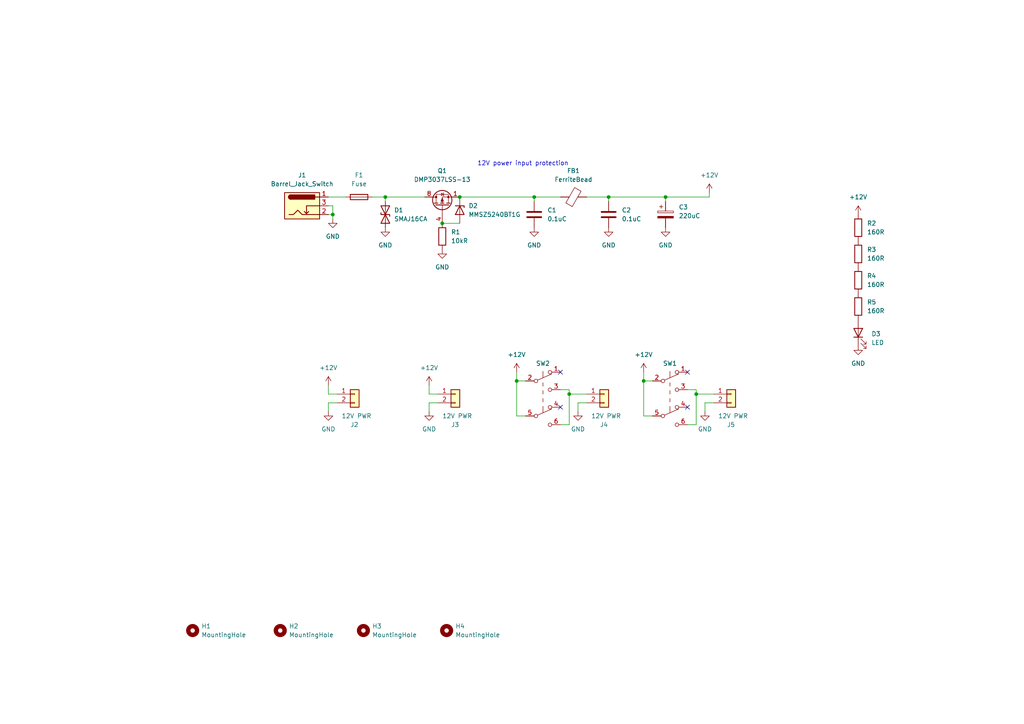
<source format=kicad_sch>
(kicad_sch (version 20211123) (generator eeschema)
  (paper "A4")
  (lib_symbols
    (symbol "Connector:Barrel_Jack_Switch" (pin_names hide)
      (property "Reference" "J" (at 0 5.334 0))
      (property "Value" "Barrel_Jack_Switch" (at 0 -5.08 0))
      (symbol "Barrel_Jack_Switch_0_1"
        (rectangle (start -5.08 3.81) (end 5.08 -3.81) (stroke (width 0.254)) (fill (type background)))
        (arc (start -3.302 3.175) (mid -3.937 2.54) (end -3.302 1.905) (stroke (width 0.254)))
        (arc (start -3.302 3.175) (mid -3.937 2.54) (end -3.302 1.905) (stroke (width 0.254)) (fill (type outline)))
        (polyline (pts (xy 1.27 -2.286) (xy 1.905 -1.651)) (stroke (width 0.254)))
        (polyline (pts (xy 5.08 2.54) (xy 3.81 2.54)) (stroke (width 0.254)))
        (polyline (pts (xy 5.08 0) (xy 1.27 0) (xy 1.27 -2.286) (xy 0.635 -1.651)) (stroke (width 0.254)))
        (polyline (pts (xy -3.81 -2.54) (xy -2.54 -2.54) (xy -1.27 -1.27) (xy 0 -2.54) (xy 2.54 -2.54) (xy 5.08 -2.54)) (stroke (width 0.254)))
        (rectangle (start 3.683 3.175) (end -3.302 1.905) (stroke (width 0.254)) (fill (type outline)))
      )
      (symbol "Barrel_Jack_Switch_1_1"
        (pin passive line (at 7.62 2.54 180) (length 2.54) (name "~") (number "1"))
        (pin passive line (at 7.62 -2.54 180) (length 2.54) (name "~") (number "2"))
        (pin passive line (at 7.62 0 180) (length 2.54) (name "~") (number "3"))
      )
    )
    (symbol "Connector_Generic:Conn_01x02" (pin_names (offset 1.016) hide)
      (property "Reference" "J" (at 0 2.54 0))
      (property "Value" "Conn_01x02" (at 0 -5.08 0))
      (symbol "Conn_01x02_1_1"
        (rectangle (start -1.27 -2.413) (end 0 -2.667) (stroke (width 0.1524)))
        (rectangle (start -1.27 0.127) (end 0 -0.127) (stroke (width 0.1524)))
        (rectangle (start -1.27 1.27) (end 1.27 -3.81) (stroke (width 0.254)) (fill (type background)))
        (pin passive line (at -5.08 0 0) (length 3.81) (name "Pin_1") (number "1"))
        (pin passive line (at -5.08 -2.54 0) (length 3.81) (name "Pin_2") (number "2"))
      )
    )
    (symbol "Device:C" (pin_numbers hide) (pin_names (offset 0.254))
      (property "Reference" "C" (at 0.635 2.54 0))
      (property "Value" "C" (at 0.635 -2.54 0))
      (symbol "C_0_1"
        (polyline (pts (xy -2.032 -0.762) (xy 2.032 -0.762)) (stroke (width 0.508)))
        (polyline (pts (xy -2.032 0.762) (xy 2.032 0.762)) (stroke (width 0.508)))
      )
      (symbol "C_1_1"
        (pin passive line (at 0 3.81 270) (length 2.794) (name "~") (number "1"))
        (pin passive line (at 0 -3.81 90) (length 2.794) (name "~") (number "2"))
      )
    )
    (symbol "Device:C_Polarized" (pin_numbers hide) (pin_names (offset 0.254))
      (property "Reference" "C" (at 0.635 2.54 0))
      (property "Value" "C_Polarized" (at 0.635 -2.54 0))
      (symbol "C_Polarized_0_1"
        (rectangle (start -2.286 0.508) (end 2.286 1.016))
        (polyline (pts (xy -1.778 2.286) (xy -0.762 2.286)))
        (polyline (pts (xy -1.27 2.794) (xy -1.27 1.778)))
        (rectangle (start 2.286 -0.508) (end -2.286 -1.016) (fill (type outline)))
      )
      (symbol "C_Polarized_1_1"
        (pin passive line (at 0 3.81 270) (length 2.794) (name "~") (number "1"))
        (pin passive line (at 0 -3.81 90) (length 2.794) (name "~") (number "2"))
      )
    )
    (symbol "Device:D_TVS" (pin_numbers hide) (pin_names (offset 1.016) hide)
      (property "Reference" "D" (at 0 2.54 0))
      (property "Value" "D_TVS" (at 0 -2.54 0))
      (symbol "D_TVS_0_1"
        (polyline (pts (xy 1.27 0) (xy -1.27 0)))
        (polyline (pts (xy 0.508 1.27) (xy 0 1.27) (xy 0 -1.27) (xy -0.508 -1.27)) (stroke (width 0.254)))
        (polyline (pts (xy -2.54 1.27) (xy -2.54 -1.27) (xy 2.54 1.27) (xy 2.54 -1.27) (xy -2.54 1.27)) (stroke (width 0.254)))
      )
      (symbol "D_TVS_1_1"
        (pin passive line (at -3.81 0 0) (length 2.54) (name "A1") (number "1"))
        (pin passive line (at 3.81 0 180) (length 2.54) (name "A2") (number "2"))
      )
    )
    (symbol "Device:D_Zener" (pin_numbers hide) (pin_names (offset 1.016) hide)
      (property "Reference" "D" (at 0 2.54 0))
      (property "Value" "D_Zener" (at 0 -2.54 0))
      (symbol "D_Zener_0_1"
        (polyline (pts (xy 1.27 0) (xy -1.27 0)))
        (polyline (pts (xy -1.27 -1.27) (xy -1.27 1.27) (xy -0.762 1.27)) (stroke (width 0.254)))
        (polyline (pts (xy 1.27 -1.27) (xy 1.27 1.27) (xy -1.27 0) (xy 1.27 -1.27)) (stroke (width 0.254)))
      )
      (symbol "D_Zener_1_1"
        (pin passive line (at -3.81 0 0) (length 2.54) (name "K") (number "1"))
        (pin passive line (at 3.81 0 180) (length 2.54) (name "A") (number "2"))
      )
    )
    (symbol "Device:FerriteBead" (pin_numbers hide) (pin_names (offset 0))
      (property "Reference" "FB" (at -3.81 0.635 90))
      (property "Value" "FerriteBead" (at 3.81 0 90))
      (symbol "FerriteBead_0_1"
        (polyline (pts (xy 0 -1.27) (xy 0 -1.2192)))
        (polyline (pts (xy 0 1.27) (xy 0 1.2954)))
        (polyline (pts (xy -2.7686 0.4064) (xy -1.7018 2.2606) (xy 2.7686 -0.3048) (xy 1.6764 -2.159) (xy -2.7686 0.4064)))
      )
      (symbol "FerriteBead_1_1"
        (pin passive line (at 0 3.81 270) (length 2.54) (name "~") (number "1"))
        (pin passive line (at 0 -3.81 90) (length 2.54) (name "~") (number "2"))
      )
    )
    (symbol "Device:Fuse" (pin_numbers hide) (pin_names (offset 0))
      (property "Reference" "F" (at 2.032 0 90))
      (property "Value" "Fuse" (at -1.905 0 90))
      (symbol "Fuse_0_1"
        (rectangle (start -0.762 -2.54) (end 0.762 2.54) (stroke (width 0.254)))
        (polyline (pts (xy 0 2.54) (xy 0 -2.54)))
      )
      (symbol "Fuse_1_1"
        (pin passive line (at 0 3.81 270) (length 1.27) (name "~") (number "1"))
        (pin passive line (at 0 -3.81 90) (length 1.27) (name "~") (number "2"))
      )
    )
    (symbol "Device:LED" (pin_numbers hide) (pin_names (offset 1.016) hide)
      (property "Reference" "D" (at 0 2.54 0))
      (property "Value" "LED" (at 0 -2.54 0))
      (symbol "LED_0_1"
        (polyline (pts (xy -1.27 -1.27) (xy -1.27 1.27)) (stroke (width 0.254)))
        (polyline (pts (xy -1.27 0) (xy 1.27 0)))
        (polyline (pts (xy 1.27 -1.27) (xy 1.27 1.27) (xy -1.27 0) (xy 1.27 -1.27)) (stroke (width 0.254)))
        (polyline (pts (xy -3.048 -0.762) (xy -4.572 -2.286) (xy -3.81 -2.286) (xy -4.572 -2.286) (xy -4.572 -1.524)))
        (polyline (pts (xy -1.778 -0.762) (xy -3.302 -2.286) (xy -2.54 -2.286) (xy -3.302 -2.286) (xy -3.302 -1.524)))
      )
      (symbol "LED_1_1"
        (pin passive line (at -3.81 0 0) (length 2.54) (name "K") (number "1"))
        (pin passive line (at 3.81 0 180) (length 2.54) (name "A") (number "2"))
      )
    )
    (symbol "Device:R" (pin_numbers hide) (pin_names (offset 0))
      (property "Reference" "R" (at 2.032 0 90))
      (property "Value" "R" (at 0 0 90))
      (symbol "R_0_1"
        (rectangle (start -1.016 -2.54) (end 1.016 2.54) (stroke (width 0.254)))
      )
      (symbol "R_1_1"
        (pin passive line (at 0 3.81 270) (length 1.27) (name "~") (number "1"))
        (pin passive line (at 0 -3.81 90) (length 1.27) (name "~") (number "2"))
      )
    )
    (symbol "Mechanical:MountingHole" (pin_names (offset 1.016))
      (property "Reference" "H" (at 0 5.08 0))
      (property "Value" "MountingHole" (at 0 3.175 0))
      (symbol "MountingHole_0_1"
        (circle (center 0 0) (radius 1.27) (stroke (width 1.27)))
      )
    )
    (symbol "Switch:SW_Push_DPDT" (pin_names (offset 0) hide)
      (property "Reference" "SW" (at 0 8.89 0))
      (property "Value" "SW_Push_DPDT" (at 0 -10.16 0))
      (symbol "SW_Push_DPDT_0_0"
        (circle (center -2.032 -5.08) (radius 0.508))
        (circle (center -2.032 5.08) (radius 0.508))
        (circle (center 2.032 -7.62) (radius 0.508))
        (circle (center 2.032 2.54) (radius 0.508))
      )
      (symbol "SW_Push_DPDT_0_1"
        (polyline (pts (xy -1.524 -4.826) (xy 2.54 -3.048)))
        (polyline (pts (xy -1.524 5.334) (xy 2.54 7.112)))
        (polyline (pts (xy 0 -2.286) (xy 0 -4.064)))
        (polyline (pts (xy 0 -1.016) (xy 0 0)))
        (polyline (pts (xy 0 1.27) (xy 0 2.286)))
        (polyline (pts (xy 0 3.556) (xy 0 4.572)))
        (polyline (pts (xy 0 7.874) (xy 0 6.096)))
        (circle (center 2.032 -2.54) (radius 0.508))
        (circle (center 2.032 7.62) (radius 0.508))
      )
      (symbol "SW_Push_DPDT_1_1"
        (pin passive line (at 5.08 7.62 180) (length 2.54) (name "A") (number "1"))
        (pin passive line (at -5.08 5.08 0) (length 2.54) (name "B") (number "2"))
        (pin passive line (at 5.08 2.54 180) (length 2.54) (name "C") (number "3"))
        (pin passive line (at 5.08 -2.54 180) (length 2.54) (name "A") (number "4"))
        (pin passive line (at -5.08 -5.08 0) (length 2.54) (name "B") (number "5"))
        (pin passive line (at 5.08 -7.62 180) (length 2.54) (name "C") (number "6"))
      )
    )
    (symbol "Transistor_FET:IRF7404" (pin_names hide)
      (property "Reference" "Q" (at 5.08 1.905 0))
      (property "Value" "IRF7404" (at 5.08 0 0))
      (symbol "IRF7404_0_1"
        (polyline (pts (xy 0.254 0) (xy -2.54 0)))
        (polyline (pts (xy 0.254 1.905) (xy 0.254 -1.905)) (stroke (width 0.254)))
        (polyline (pts (xy 0.762 -1.27) (xy 0.762 -2.286)) (stroke (width 0.254)))
        (polyline (pts (xy 0.762 0.508) (xy 0.762 -0.508)) (stroke (width 0.254)))
        (polyline (pts (xy 0.762 2.286) (xy 0.762 1.27)) (stroke (width 0.254)))
        (polyline (pts (xy 2.54 2.54) (xy 2.54 1.778)))
        (polyline (pts (xy 2.54 -2.54) (xy 2.54 0) (xy 0.762 0)))
        (polyline (pts (xy 0.762 1.778) (xy 3.302 1.778) (xy 3.302 -1.778) (xy 0.762 -1.778)))
        (polyline (pts (xy 2.286 0) (xy 1.27 0.381) (xy 1.27 -0.381) (xy 2.286 0)) (fill (type outline)))
        (polyline (pts (xy 2.794 -0.508) (xy 2.921 -0.381) (xy 3.683 -0.381) (xy 3.81 -0.254)))
        (polyline (pts (xy 3.302 -0.381) (xy 2.921 0.254) (xy 3.683 0.254) (xy 3.302 -0.381)))
        (circle (center 1.651 0) (radius 2.794) (stroke (width 0.254)))
        (circle (center 2.54 -1.778) (radius 0.254) (fill (type outline)))
        (circle (center 2.54 1.778) (radius 0.254) (fill (type outline)))
      )
      (symbol "IRF7404_1_1"
        (pin passive line (at 2.54 -5.08 90) (length 2.54) (name "S") (number "1"))
        (pin passive line (at 2.54 -5.08 90) (length 2.54) hide (name "S") (number "2"))
        (pin passive line (at 2.54 -5.08 90) (length 2.54) hide (name "S") (number "3"))
        (pin passive line (at -5.08 0 0) (length 2.54) (name "G") (number "4"))
        (pin passive line (at 2.54 5.08 270) (length 2.54) hide (name "D") (number "5"))
        (pin passive line (at 2.54 5.08 270) (length 2.54) hide (name "D") (number "6"))
        (pin passive line (at 2.54 5.08 270) (length 2.54) hide (name "D") (number "7"))
        (pin passive line (at 2.54 5.08 270) (length 2.54) (name "D") (number "8"))
      )
    )
    (symbol "power:+12V" (power) (pin_names (offset 0))
      (property "Value" "+12V" (at 0 3.556 0))
      (symbol "+12V_0_1"
        (polyline (pts (xy -0.762 1.27) (xy 0 2.54)))
        (polyline (pts (xy 0 0) (xy 0 2.54)))
        (polyline (pts (xy 0 2.54) (xy 0.762 1.27)))
      )
      (symbol "+12V_1_1"
        (pin power_in line (at 0 0 90) (length 0) hide (name "+12V") (number "1"))
      )
    )
    (symbol "power:GND" (power) (pin_names (offset 0))
      (property "Value" "GND" (at 0 -3.81 0))
      (symbol "GND_0_1"
        (polyline (pts (xy 0 0) (xy 0 -1.27) (xy 1.27 -1.27) (xy 0 -2.54) (xy -1.27 -1.27) (xy 0 -1.27)))
      )
      (symbol "GND_1_1"
        (pin power_in line (at 0 0 270) (length 0) hide (name "GND") (number "1"))
      )
    )
  )
  (junction (at 193.04 57.15))
  (junction (at 128.27 64.77))
  (junction (at 165.1 114.3))
  (junction (at 186.69 110.49))
  (junction (at 154.94 57.15))
  (junction (at 149.86 110.49))
  (junction (at 111.76 57.15))
  (junction (at 176.53 57.15))
  (junction (at 133.35 57.15))
  (junction (at 201.93 114.3))
  (junction (at 96.52 62.23))
  (no_connect (at 199.39 107.95))
  (no_connect (at 162.56 118.11))
  (no_connect (at 162.56 107.95))
  (no_connect (at 199.39 118.11))
  (wire (pts (xy 205.74 55.88) (xy 205.74 57.15)))
  (wire (pts (xy 154.94 58.42) (xy 154.94 57.15)))
  (wire (pts (xy 193.04 58.42) (xy 193.04 57.15)))
  (wire (pts (xy 96.52 59.69) (xy 96.52 62.23)))
  (wire (pts (xy 149.86 120.65) (xy 152.4 120.65)))
  (wire (pts (xy 149.86 110.49) (xy 149.86 120.65)))
  (wire (pts (xy 167.64 116.84) (xy 170.18 116.84)))
  (wire (pts (xy 127 116.84) (xy 124.46 116.84)))
  (wire (pts (xy 95.25 62.23) (xy 96.52 62.23)))
  (wire (pts (xy 95.25 114.3) (xy 95.25 111.76)))
  (wire (pts (xy 149.86 110.49) (xy 152.4 110.49)))
  (wire (pts (xy 111.76 58.42) (xy 111.76 57.15)))
  (wire (pts (xy 97.79 116.84) (xy 95.25 116.84)))
  (wire (pts (xy 176.53 57.15) (xy 193.04 57.15)))
  (wire (pts (xy 95.25 59.69) (xy 96.52 59.69)))
  (wire (pts (xy 165.1 114.3) (xy 170.18 114.3)))
  (wire (pts (xy 95.25 57.15) (xy 100.33 57.15)))
  (wire (pts (xy 201.93 123.19) (xy 201.93 114.3)))
  (wire (pts (xy 201.93 114.3) (xy 207.01 114.3)))
  (wire (pts (xy 170.18 57.15) (xy 176.53 57.15)))
  (wire (pts (xy 186.69 110.49) (xy 189.23 110.49)))
  (wire (pts (xy 111.76 57.15) (xy 123.19 57.15)))
  (wire (pts (xy 124.46 116.84) (xy 124.46 119.38)))
  (wire (pts (xy 167.64 119.38) (xy 167.64 116.84)))
  (wire (pts (xy 128.27 64.77) (xy 133.35 64.77)))
  (wire (pts (xy 201.93 114.3) (xy 201.93 113.03)))
  (wire (pts (xy 165.1 113.03) (xy 162.56 113.03)))
  (wire (pts (xy 204.47 116.84) (xy 207.01 116.84)))
  (wire (pts (xy 201.93 113.03) (xy 199.39 113.03)))
  (wire (pts (xy 176.53 58.42) (xy 176.53 57.15)))
  (wire (pts (xy 186.69 107.95) (xy 186.69 110.49)))
  (wire (pts (xy 107.95 57.15) (xy 111.76 57.15)))
  (wire (pts (xy 162.56 123.19) (xy 165.1 123.19)))
  (wire (pts (xy 96.52 62.23) (xy 96.52 63.5)))
  (wire (pts (xy 193.04 57.15) (xy 205.74 57.15)))
  (wire (pts (xy 97.79 114.3) (xy 95.25 114.3)))
  (wire (pts (xy 127 114.3) (xy 124.46 114.3)))
  (wire (pts (xy 165.1 123.19) (xy 165.1 114.3)))
  (wire (pts (xy 154.94 57.15) (xy 162.56 57.15)))
  (wire (pts (xy 186.69 120.65) (xy 189.23 120.65)))
  (wire (pts (xy 95.25 116.84) (xy 95.25 119.38)))
  (wire (pts (xy 165.1 114.3) (xy 165.1 113.03)))
  (wire (pts (xy 199.39 123.19) (xy 201.93 123.19)))
  (wire (pts (xy 149.86 107.95) (xy 149.86 110.49)))
  (wire (pts (xy 133.35 57.15) (xy 154.94 57.15)))
  (wire (pts (xy 186.69 110.49) (xy 186.69 120.65)))
  (wire (pts (xy 204.47 119.38) (xy 204.47 116.84)))
  (wire (pts (xy 124.46 114.3) (xy 124.46 111.76)))
  (text "12V power input protection" (at 138.43 48.26 0) (effects (font (size 1.27 1.27)) (justify left bottom)))
  (symbol (lib_id "Device:R") (at 128.27 68.58 0) (unit 1)
    (property "Reference" "R1" (at 130.81 67.3099 0) (effects (justify left)))
    (property "Value" "10kR" (at 130.81 69.8499 0) (effects (justify left)))
    (property "Footprint" "Resistor_SMD:R_0805_2012Metric_Pad1.20x1.40mm_HandSolder" (effects hide))
    (property "Datasheet" "https://datasheet.lcsc.com/lcsc/1810201611_YAGEO-RC0805FR-0710KL_C84376.pdf" (effects hide))
    (property "MPN" "RC0805FR-0710KL" (effects hide))
  )
  (symbol (lib_id "Transistor_FET:IRF7404") (at 128.27 59.69 90) (unit 1)
    (property "Reference" "Q1" (at 128.27 49.53 90))
    (property "Value" "DMP3037LSS-13" (at 128.27 52.07 90))
    (property "Footprint" "Package_SO:SOIC-8_3.9x4.9mm_P1.27mm" (effects hide))
    (property "Datasheet" "https://datasheet.lcsc.com/lcsc/1805251754_Diodes-Incorporated-DMP3037LSS-13_C150501.pdf" (effects hide))
    (property "MPN" "DMP3037LSS-13" (effects hide))
  )
  (symbol (lib_id "Connector_Generic:Conn_01x02") (at 102.87 114.3 0) (unit 1)
    (property "Reference" "J2" (at 101.6 123.19 0) (effects (justify left)))
    (property "Value" "12V PWR" (at 99.06 120.65 0) (effects (justify left)))
    (property "Footprint" "Connector_custom:HC-2510-2A" (effects hide))
    (property "Datasheet" "https://datasheet.lcsc.com/lcsc/2203111830_HCTL-HC-2510-2A_C2982031.pdf" (effects hide))
    (property "MPN" "HC-2510-2A" (effects hide))
  )
  (symbol (lib_id "power:+12V") (at 124.46 111.76 0) (unit 1)
    (property "Reference" "#PWR010" (effects hide))
    (property "Value" "+12V" (at 124.46 106.68 0))
  )
  (symbol (lib_id "Device:R") (at 248.92 73.66 0) (unit 1)
    (property "Reference" "R3" (at 251.46 72.3899 0) (effects (justify left)))
    (property "Value" "160R" (at 251.46 74.9299 0) (effects (justify left)))
    (property "Footprint" "Resistor_SMD:R_0805_2012Metric_Pad1.20x1.40mm_HandSolder" (effects hide))
    (property "Datasheet" "https://datasheet.lcsc.com/lcsc/2012011712_YAGEO-AC0805FR-7W160RL_C727986.pdf" (effects hide))
    (property "MPN" "AC0805FR-7W160RL" (effects hide))
  )
  (symbol (lib_id "Device:Fuse") (at 104.14 57.15 90) (unit 1)
    (property "Reference" "F1" (at 104.14 50.8 90))
    (property "Value" "Fuse" (at 104.14 53.34 90))
    (property "Footprint" "Fuse:Fuseholder_Cylinder-5x20mm_Stelvio-Kontek_PTF78_Horizontal_Open" (effects hide))
    (property "Datasheet" "https://datasheet.lcsc.com/lcsc/2008121141_XFCN-PTF-77_C717030.pdf" (effects hide))
    (property "MPN" "PTF-77" (effects hide))
  )
  (symbol (lib_id "Device:C_Polarized") (at 193.04 62.23 0) (unit 1)
    (property "Reference" "C3" (at 196.85 60.0709 0) (effects (justify left)))
    (property "Value" "220uC" (at 196.85 62.6109 0) (effects (justify left)))
    (property "Footprint" "Capacitor_THT:CP_Radial_D8.0mm_P3.50mm" (effects hide))
    (property "Datasheet" "https://datasheet.lcsc.com/lcsc/1912111437_Rubycon-25YXF220MEFC8X11-5_C368593.pdf" (effects hide))
    (property "MPN" "25YXF220MEFC8X11.5" (effects hide))
  )
  (symbol (lib_id "Mechanical:MountingHole") (at 81.28 182.88 0) (unit 1) (in_bom no)
    (property "Reference" "H2" (at 83.82 181.6099 0) (effects (justify left)))
    (property "Value" "MountingHole" (at 83.82 184.1499 0) (effects (justify left)))
    (property "Footprint" "MountingHole:MountingHole_5.3mm_M5" (effects hide))
    (property "MPN" "N/A" (effects hide))
  )
  (symbol (lib_id "power:GND") (at 111.76 66.04 0) (unit 1)
    (property "Reference" "#PWR04" (effects hide))
    (property "Value" "GND" (at 111.76 71.12 0))
  )
  (symbol (lib_id "Device:R") (at 248.92 66.04 0) (unit 1)
    (property "Reference" "R2" (at 251.46 64.7699 0) (effects (justify left)))
    (property "Value" "160R" (at 251.46 67.3099 0) (effects (justify left)))
    (property "Footprint" "Resistor_SMD:R_0805_2012Metric_Pad1.20x1.40mm_HandSolder" (effects hide))
    (property "Datasheet" "https://datasheet.lcsc.com/lcsc/2012011712_YAGEO-AC0805FR-7W160RL_C727986.pdf" (effects hide))
    (property "MPN" "AC0805FR-7W160RL" (effects hide))
  )
  (symbol (lib_id "power:+12V") (at 95.25 111.76 0) (unit 1)
    (property "Reference" "#PWR01" (effects hide))
    (property "Value" "+12V" (at 95.25 106.68 0))
  )
  (symbol (lib_id "power:GND") (at 128.27 72.39 0) (unit 1)
    (property "Reference" "#PWR05" (effects hide))
    (property "Value" "GND" (at 128.27 77.47 0))
  )
  (symbol (lib_id "Device:D_TVS") (at 111.76 62.23 90) (unit 1)
    (property "Reference" "D1" (at 114.3 60.9599 90) (effects (justify right)))
    (property "Value" "SMAJ16CA" (at 114.3 63.4999 90) (effects (justify right)))
    (property "Footprint" "Diode_SMD:D_SMA" (effects hide))
    (property "Datasheet" "https://datasheet.lcsc.com/lcsc/1809192020_Diodes-Incorporated-SMAJ16CA-13-F_C134960.pdf" (effects hide))
    (property "MPN" "SMAJ16CA-13-F" (effects hide))
  )
  (symbol (lib_id "power:GND") (at 248.92 100.33 0) (unit 1)
    (property "Reference" "#PWR017" (effects hide))
    (property "Value" "GND" (at 248.92 105.41 0))
  )
  (symbol (lib_id "Mechanical:MountingHole") (at 55.88 182.88 0) (unit 1) (in_bom no)
    (property "Reference" "H1" (at 58.42 181.6099 0) (effects (justify left)))
    (property "Value" "MountingHole" (at 58.42 184.1499 0) (effects (justify left)))
    (property "Footprint" "MountingHole:MountingHole_5.3mm_M5" (effects hide))
    (property "MPN" "N/A" (effects hide))
  )
  (symbol (lib_id "Switch:SW_Push_DPDT") (at 157.48 115.57 0) (unit 1)
    (property "Reference" "SW2" (at 157.48 105.41 0))
    (property "Value" "SW_Push_DPDT" (effects hide))
    (property "Footprint" "Button_Switch_THT_custom:SW_Push_2P2T_Toggle_Generic_5_8_x_5_8" (effects hide))
    (property "Datasheet" "https://datasheet.lcsc.com/lcsc/2204081930_CIKI-PB22E60L_C2987421.pdf" (effects hide))
    (property "MPN" "PB22E60L" (effects hide))
  )
  (symbol (lib_id "power:GND") (at 95.25 119.38 0) (unit 1)
    (property "Reference" "#PWR02" (effects hide))
    (property "Value" "GND" (at 95.25 124.46 0))
  )
  (symbol (lib_id "Device:FerriteBead") (at 166.37 57.15 90) (unit 1)
    (property "Reference" "FB1" (at 166.3192 49.53 90))
    (property "Value" "FerriteBead" (at 166.3192 52.07 90))
    (property "Footprint" "Inductor_SMD:L_1806_4516Metric" (effects hide))
    (property "Datasheet" "https://datasheet.lcsc.com/lcsc/1808132332_Murata-Electronics-BLM41PG600SN1L_C85844.pdf" (effects hide))
    (property "MPN" "BLM41PG600SN1L" (effects hide))
  )
  (symbol (lib_id "power:GND") (at 154.94 66.04 0) (unit 1)
    (property "Reference" "#PWR06" (effects hide))
    (property "Value" "GND" (at 154.94 71.12 0))
  )
  (symbol (lib_id "power:GND") (at 96.52 63.5 0) (unit 1)
    (property "Reference" "#PWR03" (effects hide))
    (property "Value" "GND" (at 96.52 68.58 0))
  )
  (symbol (lib_id "Mechanical:MountingHole") (at 105.41 182.88 0) (unit 1) (in_bom no)
    (property "Reference" "H3" (at 107.95 181.6099 0) (effects (justify left)))
    (property "Value" "MountingHole" (at 107.95 184.1499 0) (effects (justify left)))
    (property "Footprint" "MountingHole:MountingHole_5.3mm_M5" (effects hide))
    (property "MPN" "N/A" (effects hide))
  )
  (symbol (lib_id "Mechanical:MountingHole") (at 129.54 182.88 0) (unit 1) (in_bom no)
    (property "Reference" "H4" (at 132.08 181.6099 0) (effects (justify left)))
    (property "Value" "MountingHole" (at 132.08 184.1499 0) (effects (justify left)))
    (property "Footprint" "MountingHole:MountingHole_5.3mm_M5" (effects hide))
    (property "MPN" "N/A" (effects hide))
  )
  (symbol (lib_id "Connector:Barrel_Jack_Switch") (at 87.63 59.69 0) (unit 1)
    (property "Reference" "J1" (at 87.63 50.8 0))
    (property "Value" "Barrel_Jack_Switch" (at 87.63 53.34 0))
    (property "Footprint" "Connector_BarrelJack_custom:BarrelJack_DC-042C-W-2.5_Horizontal" (effects hide))
    (property "Datasheet" "https://datasheet.lcsc.com/lcsc/2110111230_XKB-Connectivity-DC-042C-W-2-5_C480371.pdf" (effects hide))
    (property "MPN" "DC-042C-W-2.5" (effects hide))
  )
  (symbol (lib_id "Device:D_Zener") (at 133.35 60.96 270) (unit 1)
    (property "Reference" "D2" (at 135.89 59.6899 90) (effects (justify left)))
    (property "Value" "MMSZ5240BT1G" (at 135.89 62.2299 90) (effects (justify left)))
    (property "Footprint" "Diode_SMD:D_SOD-123" (effects hide))
    (property "Datasheet" "https://datasheet.lcsc.com/lcsc/1809291220_onsemi-MMSZ5240BT1G_C82084.pdf" (effects hide))
    (property "MPN" "MMSZ5240BT1G" (effects hide))
  )
  (symbol (lib_id "power:+12V") (at 149.86 107.95 0) (unit 1)
    (property "Reference" "#PWR012" (effects hide))
    (property "Value" "+12V" (at 149.86 102.87 0))
  )
  (symbol (lib_id "Device:R") (at 248.92 81.28 0) (unit 1)
    (property "Reference" "R4" (at 251.46 80.0099 0) (effects (justify left)))
    (property "Value" "160R" (at 251.46 82.5499 0) (effects (justify left)))
    (property "Footprint" "Resistor_SMD:R_0805_2012Metric_Pad1.20x1.40mm_HandSolder" (effects hide))
    (property "Datasheet" "https://datasheet.lcsc.com/lcsc/2012011712_YAGEO-AC0805FR-7W160RL_C727986.pdf" (effects hide))
    (property "MPN" "AC0805FR-7W160RL" (effects hide))
  )
  (symbol (lib_id "power:GND") (at 176.53 66.04 0) (unit 1)
    (property "Reference" "#PWR07" (effects hide))
    (property "Value" "GND" (at 176.53 71.12 0))
  )
  (symbol (lib_id "power:+12V") (at 248.92 62.23 0) (unit 1)
    (property "Reference" "#PWR016" (effects hide))
    (property "Value" "+12V" (at 248.92 57.15 0))
  )
  (symbol (lib_id "Device:C") (at 154.94 62.23 180) (unit 1)
    (property "Reference" "C1" (at 158.75 60.9599 0) (effects (justify right)))
    (property "Value" "0.1uC" (at 158.75 63.4999 0) (effects (justify right)))
    (property "Footprint" "Capacitor_SMD:C_0805_2012Metric_Pad1.18x1.45mm_HandSolder" (effects hide))
    (property "Datasheet" "https://datasheet.lcsc.com/lcsc/1810191215_Samsung-Electro-Mechanics-CL21B104KBCNNNC_C1711.pdf" (effects hide))
    (property "MPN" "CL21B104KBCNNNC" (effects hide))
  )
  (symbol (lib_id "Connector_Generic:Conn_01x02") (at 212.09 114.3 0) (unit 1)
    (property "Reference" "J5" (at 210.82 123.19 0) (effects (justify left)))
    (property "Value" "12V PWR" (at 208.28 120.65 0) (effects (justify left)))
    (property "Footprint" "Connector_custom:HC-2510-2A" (effects hide))
    (property "Datasheet" "https://datasheet.lcsc.com/lcsc/2203111830_HCTL-HC-2510-2A_C2982031.pdf" (effects hide))
    (property "MPN" "HC-2510-2A" (effects hide))
  )
  (symbol (lib_id "Connector_Generic:Conn_01x02") (at 175.26 114.3 0) (unit 1)
    (property "Reference" "J4" (at 173.99 123.19 0) (effects (justify left)))
    (property "Value" "12V PWR" (at 171.45 120.65 0) (effects (justify left)))
    (property "Footprint" "Connector_custom:HC-2510-2A" (effects hide))
    (property "Datasheet" "https://datasheet.lcsc.com/lcsc/2203111830_HCTL-HC-2510-2A_C2982031.pdf" (effects hide))
    (property "MPN" "HC-2510-2A" (effects hide))
  )
  (symbol (lib_id "Switch:SW_Push_DPDT") (at 194.31 115.57 0) (unit 1)
    (property "Reference" "SW1" (at 194.31 105.41 0))
    (property "Value" "SW_Push_DPDT" (effects hide))
    (property "Footprint" "Button_Switch_THT_custom:SW_Push_2P2T_Toggle_Generic_5_8_x_5_8" (effects hide))
    (property "Datasheet" "https://datasheet.lcsc.com/lcsc/2204081930_CIKI-PB22E60L_C2987421.pdf" (effects hide))
    (property "MPN" "PB22E60L" (effects hide))
  )
  (symbol (lib_id "power:GND") (at 204.47 119.38 0) (unit 1)
    (property "Reference" "#PWR015" (effects hide))
    (property "Value" "GND" (at 204.47 124.46 0))
  )
  (symbol (lib_id "power:+12V") (at 205.74 55.88 0) (unit 1)
    (property "Reference" "#PWR09" (effects hide))
    (property "Value" "+12V" (at 205.74 50.8 0))
  )
  (symbol (lib_id "Connector_Generic:Conn_01x02") (at 132.08 114.3 0) (unit 1)
    (property "Reference" "J3" (at 130.81 123.19 0) (effects (justify left)))
    (property "Value" "12V PWR" (at 128.27 120.65 0) (effects (justify left)))
    (property "Footprint" "Connector_custom:HC-2510-2A" (effects hide))
    (property "Datasheet" "https://datasheet.lcsc.com/lcsc/2203111830_HCTL-HC-2510-2A_C2982031.pdf" (effects hide))
    (property "MPN" "HC-2510-2A" (effects hide))
  )
  (symbol (lib_id "power:GND") (at 167.64 119.38 0) (unit 1)
    (property "Reference" "#PWR013" (effects hide))
    (property "Value" "GND" (at 167.64 124.46 0))
  )
  (symbol (lib_id "Device:R") (at 248.92 88.9 0) (unit 1)
    (property "Reference" "R5" (at 251.46 87.6299 0) (effects (justify left)))
    (property "Value" "160R" (at 251.46 90.1699 0) (effects (justify left)))
    (property "Footprint" "Resistor_SMD:R_0805_2012Metric_Pad1.20x1.40mm_HandSolder" (effects hide))
    (property "Datasheet" "https://datasheet.lcsc.com/lcsc/2012011712_YAGEO-AC0805FR-7W160RL_C727986.pdf" (effects hide))
    (property "MPN" "AC0805FR-7W160RL" (effects hide))
  )
  (symbol (lib_id "power:GND") (at 193.04 66.04 0) (unit 1)
    (property "Reference" "#PWR08" (effects hide))
    (property "Value" "GND" (at 193.04 71.12 0))
  )
  (symbol (lib_id "power:GND") (at 124.46 119.38 0) (unit 1)
    (property "Reference" "#PWR011" (effects hide))
    (property "Value" "GND" (at 124.46 124.46 0))
  )
  (symbol (lib_id "Device:LED") (at 248.92 96.52 90) (unit 1)
    (property "Reference" "D3" (at 252.73 96.8374 90) (effects (justify right)))
    (property "Value" "LED" (at 252.73 99.3774 90) (effects (justify right)))
    (property "Footprint" "Diode_SMD:D_0805_2012Metric_Pad1.15x1.40mm_HandSolder" (effects hide))
    (property "Datasheet" "https://datasheet.lcsc.com/lcsc/1810271707_Everlight-Elec-17-21SYGC-S530-E3-TR8_C142303.pdf" (effects hide))
    (property "MPN" "17-21SYGC/S530-E3/TR8" (effects hide))
  )
  (symbol (lib_id "power:+12V") (at 186.69 107.95 0) (unit 1)
    (property "Reference" "#PWR014" (effects hide))
    (property "Value" "+12V" (at 186.69 102.87 0))
  )
  (symbol (lib_id "Device:C") (at 176.53 62.23 180) (unit 1)
    (property "Reference" "C2" (at 180.34 60.9599 0) (effects (justify right)))
    (property "Value" "0.1uC" (at 180.34 63.4999 0) (effects (justify right)))
    (property "Footprint" "Capacitor_SMD:C_0805_2012Metric_Pad1.18x1.45mm_HandSolder" (effects hide))
    (property "Datasheet" "https://datasheet.lcsc.com/lcsc/1810191215_Samsung-Electro-Mechanics-CL21B104KBCNNNC_C1711.pdf" (effects hide))
    (property "MPN" "CL21B104KBCNNNC" (effects hide))
  )
)
</source>
